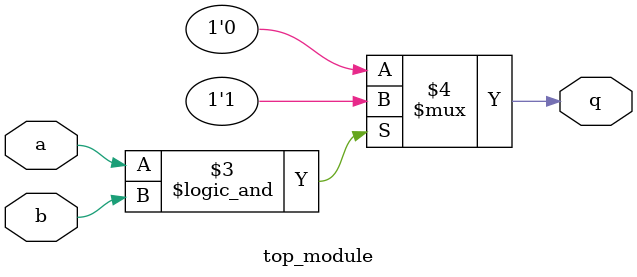
<source format=sv>
module top_module (
    input a,
    input b,
    output q
);

assign q = (a == 1'b1 && b == 1'b1) ? 1'b1 : 1'b0;

endmodule

</source>
